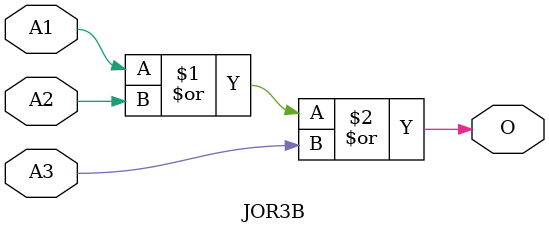
<source format=v>
module JOR3B(A1, A2, A3, O);
input   A1;
input   A2;
input   A3;
output  O;
or g0(O, A1, A2, A3);
endmodule
</source>
